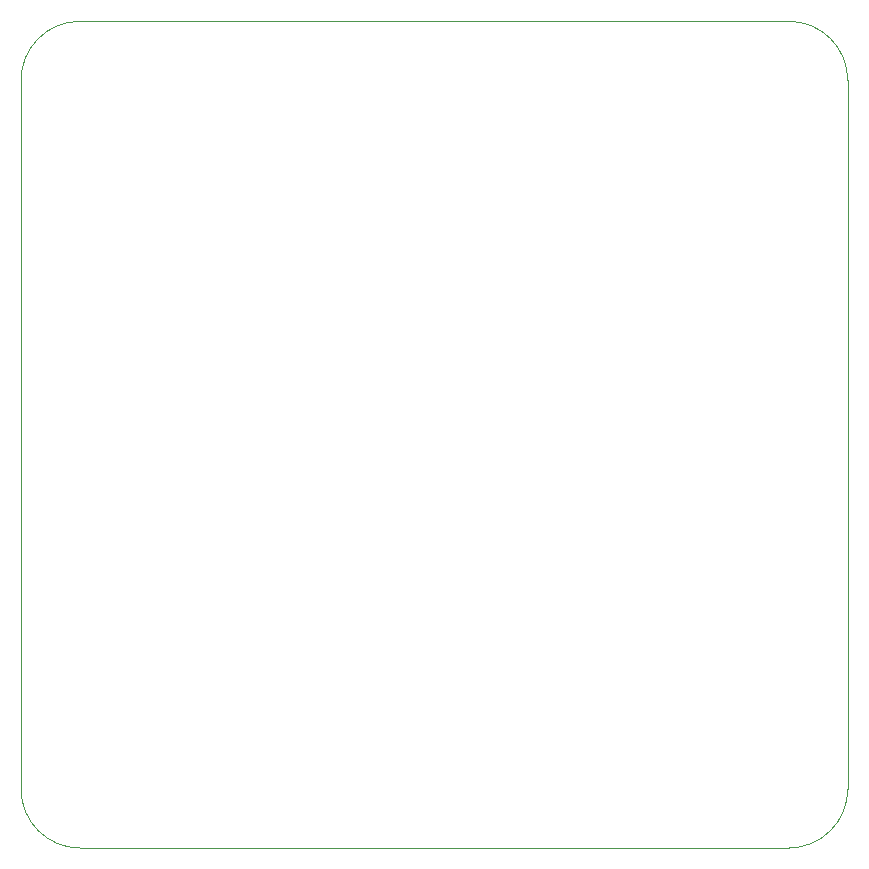
<source format=gbr>
%TF.GenerationSoftware,KiCad,Pcbnew,(5.1.4)-1*%
%TF.CreationDate,2020-12-20T21:21:53+02:00*%
%TF.ProjectId,Borta Dators,426f7274-6120-4446-9174-6f72732e6b69,rev?*%
%TF.SameCoordinates,Original*%
%TF.FileFunction,Profile,NP*%
%FSLAX46Y46*%
G04 Gerber Fmt 4.6, Leading zero omitted, Abs format (unit mm)*
G04 Created by KiCad (PCBNEW (5.1.4)-1) date 2020-12-20 21:21:53*
%MOMM*%
%LPD*%
G04 APERTURE LIST*
%ADD10C,0.050000*%
G04 APERTURE END LIST*
D10*
X150000000Y-55000000D02*
X150000000Y-115000000D01*
X145000000Y-50000000D02*
G75*
G02X150000000Y-55000000I0J-5000000D01*
G01*
X85000000Y-50000000D02*
X145000000Y-50000000D01*
X80000000Y-55000000D02*
G75*
G02X85000000Y-50000000I5000000J0D01*
G01*
X80000000Y-115000000D02*
X80000000Y-55000000D01*
X150000000Y-115000000D02*
G75*
G02X145000000Y-120000000I-5000000J0D01*
G01*
X85000000Y-120000000D02*
G75*
G02X80000000Y-115000000I0J5000000D01*
G01*
X145000000Y-120000000D02*
X85000000Y-120000000D01*
M02*

</source>
